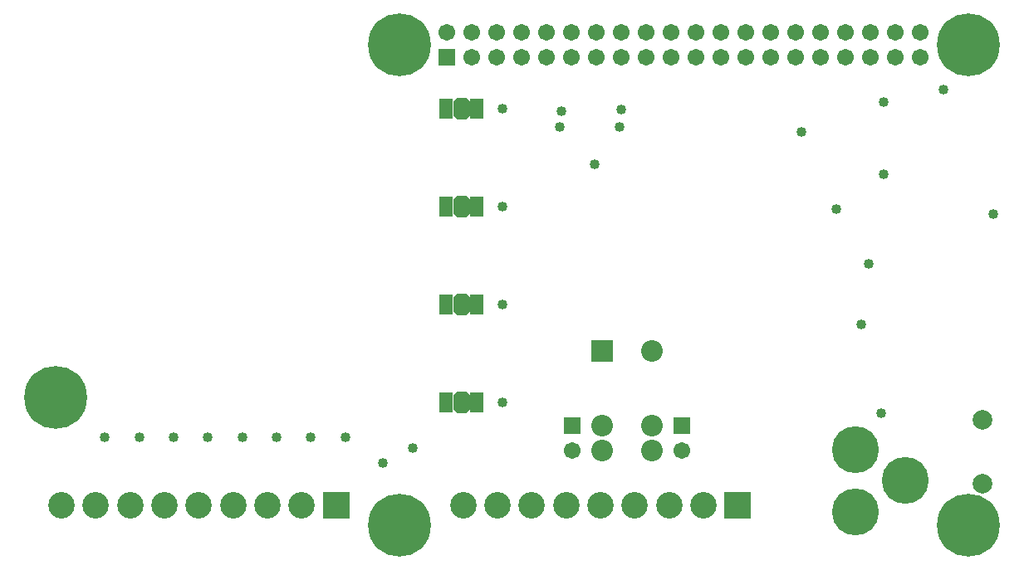
<source format=gbs>
%FSTAX24Y24*%
%MOIN*%
G70*
G01*
G75*
G04 Layer_Color=8388736*
%ADD10R,0.0315X0.0374*%
%ADD11R,0.0374X0.0315*%
%ADD12R,0.0472X0.0256*%
G04:AMPARAMS|DCode=13|XSize=21.7mil|YSize=47.2mil|CornerRadius=0mil|HoleSize=0mil|Usage=FLASHONLY|Rotation=270.000|XOffset=0mil|YOffset=0mil|HoleType=Round|Shape=Octagon|*
%AMOCTAGOND13*
4,1,8,0.0236,0.0054,0.0236,-0.0054,0.0182,-0.0108,-0.0182,-0.0108,-0.0236,-0.0054,-0.0236,0.0054,-0.0182,0.0108,0.0182,0.0108,0.0236,0.0054,0.0*
%
%ADD13OCTAGOND13*%

%ADD14R,0.0472X0.0217*%
%ADD15O,0.0236X0.0866*%
%ADD16R,0.0236X0.0866*%
%ADD17R,0.0630X0.0630*%
%ADD18R,0.1299X0.1004*%
%ADD19R,0.0374X0.1004*%
%ADD20R,0.0630X0.0630*%
%ADD21C,0.0100*%
%ADD22C,0.0200*%
%ADD23C,0.0150*%
%ADD24C,0.0039*%
%ADD25R,0.0787X0.0787*%
%ADD26C,0.0787*%
%ADD27C,0.0591*%
%ADD28R,0.0591X0.0591*%
%ADD29C,0.0709*%
%ADD30R,0.0591X0.0591*%
%ADD31C,0.1800*%
%ADD32C,0.0984*%
%ADD33R,0.0984X0.0984*%
G04:AMPARAMS|DCode=34|XSize=78.7mil|YSize=60mil|CornerRadius=0mil|HoleSize=0mil|Usage=FLASHONLY|Rotation=270.000|XOffset=0mil|YOffset=0mil|HoleType=Round|Shape=Octagon|*
%AMOCTAGOND34*
4,1,8,-0.0150,-0.0394,0.0150,-0.0394,0.0300,-0.0244,0.0300,0.0244,0.0150,0.0394,-0.0150,0.0394,-0.0300,0.0244,-0.0300,-0.0244,-0.0150,-0.0394,0.0*
%
%ADD34OCTAGOND34*%

%ADD35C,0.2441*%
%ADD36C,0.0320*%
%ADD37R,0.0472X0.0728*%
%ADD38C,0.0300*%
%ADD39R,0.0395X0.0454*%
%ADD40R,0.0454X0.0395*%
%ADD41R,0.0552X0.0336*%
G04:AMPARAMS|DCode=42|XSize=25.6mil|YSize=51.2mil|CornerRadius=0mil|HoleSize=0mil|Usage=FLASHONLY|Rotation=270.000|XOffset=0mil|YOffset=0mil|HoleType=Round|Shape=Octagon|*
%AMOCTAGOND42*
4,1,8,0.0256,0.0064,0.0256,-0.0064,0.0192,-0.0128,-0.0192,-0.0128,-0.0256,-0.0064,-0.0256,0.0064,-0.0192,0.0128,0.0192,0.0128,0.0256,0.0064,0.0*
%
%ADD42OCTAGOND42*%

%ADD43R,0.0512X0.0256*%
%ADD44O,0.0316X0.0946*%
%ADD45R,0.0316X0.0946*%
%ADD46R,0.0710X0.0710*%
%ADD47R,0.1379X0.1084*%
%ADD48R,0.0454X0.1084*%
%ADD49R,0.0710X0.0710*%
%ADD50R,0.0867X0.0867*%
%ADD51C,0.0867*%
%ADD52C,0.0671*%
%ADD53R,0.0671X0.0671*%
%ADD54C,0.0789*%
%ADD55R,0.0671X0.0671*%
%ADD56C,0.1880*%
%ADD57C,0.1064*%
%ADD58R,0.1064X0.1064*%
G04:AMPARAMS|DCode=59|XSize=86.7mil|YSize=68mil|CornerRadius=0mil|HoleSize=0mil|Usage=FLASHONLY|Rotation=270.000|XOffset=0mil|YOffset=0mil|HoleType=Round|Shape=Octagon|*
%AMOCTAGOND59*
4,1,8,-0.0170,-0.0434,0.0170,-0.0434,0.0340,-0.0264,0.0340,0.0264,0.0170,0.0434,-0.0170,0.0434,-0.0340,0.0264,-0.0340,-0.0264,-0.0170,-0.0434,0.0*
%
%ADD59OCTAGOND59*%

%ADD60C,0.2521*%
%ADD61C,0.0400*%
%ADD62R,0.0552X0.0808*%
D50*
X084013Y074778D02*
D03*
D51*
Y071778D02*
D03*
Y070778D02*
D03*
X086013Y074778D02*
D03*
Y071778D02*
D03*
Y070778D02*
D03*
D52*
X082813D02*
D03*
X087213D02*
D03*
X077795Y087569D02*
D03*
X078795Y086569D02*
D03*
Y087569D02*
D03*
X079795Y086569D02*
D03*
Y087569D02*
D03*
X080795Y086569D02*
D03*
Y087569D02*
D03*
X081795Y086569D02*
D03*
Y087569D02*
D03*
X082795Y086569D02*
D03*
Y087569D02*
D03*
X083795Y086569D02*
D03*
Y087569D02*
D03*
X084795Y086569D02*
D03*
Y087569D02*
D03*
X085795Y086569D02*
D03*
Y087569D02*
D03*
X086795Y086569D02*
D03*
Y087569D02*
D03*
X087795Y086569D02*
D03*
Y087569D02*
D03*
X088795Y086569D02*
D03*
Y087569D02*
D03*
X089795Y086569D02*
D03*
Y087569D02*
D03*
X090795Y086569D02*
D03*
Y087569D02*
D03*
X091795Y086569D02*
D03*
Y087569D02*
D03*
X092795Y086569D02*
D03*
Y087569D02*
D03*
X093795Y086569D02*
D03*
Y087569D02*
D03*
X094795Y086569D02*
D03*
Y087569D02*
D03*
X095795Y086569D02*
D03*
Y087569D02*
D03*
X096795Y086569D02*
D03*
Y087569D02*
D03*
D53*
X082813Y071778D02*
D03*
X087213D02*
D03*
D54*
X099303Y069451D02*
D03*
Y07201D02*
D03*
D55*
X077795Y086569D02*
D03*
D56*
X096195Y069569D02*
D03*
X094195Y068319D02*
D03*
Y070819D02*
D03*
D57*
X078447Y068565D02*
D03*
X083959D02*
D03*
X079825D02*
D03*
X086715D02*
D03*
X081203D02*
D03*
X082581D02*
D03*
X085337D02*
D03*
X088093D02*
D03*
X062325Y068565D02*
D03*
X067837D02*
D03*
X063703D02*
D03*
X070593D02*
D03*
X065081D02*
D03*
X066459D02*
D03*
X069215D02*
D03*
X07197D02*
D03*
D58*
X08947Y068565D02*
D03*
X073348Y068565D02*
D03*
D59*
X078378Y08451D02*
D03*
Y080573D02*
D03*
X078378Y076636D02*
D03*
X078378Y072699D02*
D03*
D60*
X098713Y087069D02*
D03*
X075878Y067778D02*
D03*
X098713D02*
D03*
X075878Y087069D02*
D03*
X062098Y072896D02*
D03*
D61*
X069579Y071321D02*
D03*
X070957D02*
D03*
X072335D02*
D03*
X073713D02*
D03*
X080012Y072699D02*
D03*
Y076636D02*
D03*
Y080573D02*
D03*
Y08451D02*
D03*
X066823Y071321D02*
D03*
X065445D02*
D03*
X064067D02*
D03*
X093413Y080478D02*
D03*
X097713Y085278D02*
D03*
X092013Y083578D02*
D03*
X082313Y083778D02*
D03*
X076413Y070878D02*
D03*
X094413Y075847D02*
D03*
X075213Y070278D02*
D03*
X084713Y083778D02*
D03*
X095313Y081878D02*
D03*
Y084778D02*
D03*
X094713Y078278D02*
D03*
X099713Y080278D02*
D03*
X083713Y082278D02*
D03*
X095213Y072278D02*
D03*
X068201Y071321D02*
D03*
X084783Y08447D02*
D03*
X082393Y08442D02*
D03*
D62*
X079008Y08451D02*
D03*
X077748D02*
D03*
X079008Y080573D02*
D03*
X077748D02*
D03*
X079008Y076636D02*
D03*
X077748D02*
D03*
X079008Y072699D02*
D03*
X077748D02*
D03*
M02*

</source>
